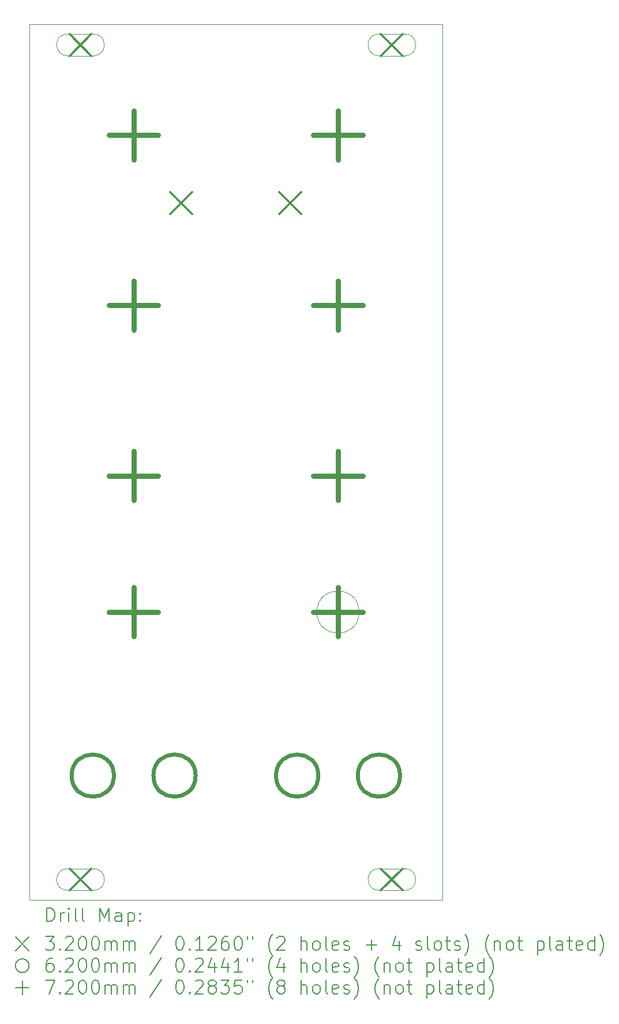
<source format=gbr>
%TF.GenerationSoftware,KiCad,Pcbnew,8.0.5*%
%TF.CreationDate,2024-11-24T11:28:16+01:00*%
%TF.ProjectId,ricochet_panel,7269636f-6368-4657-945f-70616e656c2e,rev?*%
%TF.SameCoordinates,Original*%
%TF.FileFunction,Drillmap*%
%TF.FilePolarity,Positive*%
%FSLAX45Y45*%
G04 Gerber Fmt 4.5, Leading zero omitted, Abs format (unit mm)*
G04 Created by KiCad (PCBNEW 8.0.5) date 2024-11-24 11:28:16*
%MOMM*%
%LPD*%
G01*
G04 APERTURE LIST*
%ADD10C,0.100000*%
%ADD11C,0.200000*%
%ADD12C,0.320000*%
%ADD13C,0.620000*%
%ADD14C,0.720000*%
G04 APERTURE END LIST*
D10*
X5000000Y-5000000D02*
X11060000Y-5000000D01*
X11060000Y-17850000D01*
X5000000Y-17850000D01*
X5000000Y-5000000D01*
X9840000Y-13625000D02*
G75*
G02*
X9220000Y-13625000I-310000J0D01*
G01*
X9220000Y-13625000D02*
G75*
G02*
X9840000Y-13625000I310000J0D01*
G01*
D11*
D12*
X5590000Y-5140000D02*
X5910000Y-5460000D01*
X5910000Y-5140000D02*
X5590000Y-5460000D01*
D10*
X5560000Y-5460000D02*
X5940000Y-5460000D01*
X5940000Y-5140000D02*
G75*
G02*
X5940000Y-5460000I0J-160000D01*
G01*
X5940000Y-5140000D02*
X5560000Y-5140000D01*
X5560000Y-5140000D02*
G75*
G03*
X5560000Y-5460000I0J-160000D01*
G01*
D12*
X5590000Y-17390000D02*
X5910000Y-17710000D01*
X5910000Y-17390000D02*
X5590000Y-17710000D01*
D10*
X5560000Y-17710000D02*
X5940000Y-17710000D01*
X5940000Y-17390000D02*
G75*
G02*
X5940000Y-17710000I0J-160000D01*
G01*
X5940000Y-17390000D02*
X5560000Y-17390000D01*
X5560000Y-17390000D02*
G75*
G03*
X5560000Y-17710000I0J-160000D01*
G01*
D12*
X7070000Y-7460000D02*
X7390000Y-7780000D01*
X7390000Y-7460000D02*
X7070000Y-7780000D01*
X8670000Y-7460000D02*
X8990000Y-7780000D01*
X8990000Y-7460000D02*
X8670000Y-7780000D01*
X10160000Y-5140000D02*
X10480000Y-5460000D01*
X10480000Y-5140000D02*
X10160000Y-5460000D01*
D10*
X10130000Y-5460000D02*
X10510000Y-5460000D01*
X10510000Y-5140000D02*
G75*
G02*
X10510000Y-5460000I0J-160000D01*
G01*
X10510000Y-5140000D02*
X10130000Y-5140000D01*
X10130000Y-5140000D02*
G75*
G03*
X10130000Y-5460000I0J-160000D01*
G01*
D12*
X10160000Y-17390000D02*
X10480000Y-17710000D01*
X10480000Y-17390000D02*
X10160000Y-17710000D01*
D10*
X10130000Y-17710000D02*
X10510000Y-17710000D01*
X10510000Y-17390000D02*
G75*
G02*
X10510000Y-17710000I0J-160000D01*
G01*
X10510000Y-17390000D02*
X10130000Y-17390000D01*
X10130000Y-17390000D02*
G75*
G03*
X10130000Y-17710000I0J-160000D01*
G01*
D13*
X6240000Y-16025000D02*
G75*
G02*
X5620000Y-16025000I-310000J0D01*
G01*
X5620000Y-16025000D02*
G75*
G02*
X6240000Y-16025000I310000J0D01*
G01*
X7440000Y-16025000D02*
G75*
G02*
X6820000Y-16025000I-310000J0D01*
G01*
X6820000Y-16025000D02*
G75*
G02*
X7440000Y-16025000I310000J0D01*
G01*
X9240000Y-16025000D02*
G75*
G02*
X8620000Y-16025000I-310000J0D01*
G01*
X8620000Y-16025000D02*
G75*
G02*
X9240000Y-16025000I310000J0D01*
G01*
X10440000Y-16025000D02*
G75*
G02*
X9820000Y-16025000I-310000J0D01*
G01*
X9820000Y-16025000D02*
G75*
G02*
X10440000Y-16025000I310000J0D01*
G01*
D14*
X6530000Y-6265000D02*
X6530000Y-6985000D01*
X6170000Y-6625000D02*
X6890000Y-6625000D01*
X6530000Y-8765000D02*
X6530000Y-9485000D01*
X6170000Y-9125000D02*
X6890000Y-9125000D01*
X6530000Y-11265000D02*
X6530000Y-11985000D01*
X6170000Y-11625000D02*
X6890000Y-11625000D01*
X6530000Y-13265000D02*
X6530000Y-13985000D01*
X6170000Y-13625000D02*
X6890000Y-13625000D01*
X9530000Y-6265000D02*
X9530000Y-6985000D01*
X9170000Y-6625000D02*
X9890000Y-6625000D01*
X9530000Y-8765000D02*
X9530000Y-9485000D01*
X9170000Y-9125000D02*
X9890000Y-9125000D01*
X9530000Y-11265000D02*
X9530000Y-11985000D01*
X9170000Y-11625000D02*
X9890000Y-11625000D01*
X9530000Y-13265000D02*
X9530000Y-13985000D01*
X9170000Y-13625000D02*
X9890000Y-13625000D01*
D11*
X5255777Y-18166484D02*
X5255777Y-17966484D01*
X5255777Y-17966484D02*
X5303396Y-17966484D01*
X5303396Y-17966484D02*
X5331967Y-17976008D01*
X5331967Y-17976008D02*
X5351015Y-17995055D01*
X5351015Y-17995055D02*
X5360539Y-18014103D01*
X5360539Y-18014103D02*
X5370063Y-18052198D01*
X5370063Y-18052198D02*
X5370063Y-18080770D01*
X5370063Y-18080770D02*
X5360539Y-18118865D01*
X5360539Y-18118865D02*
X5351015Y-18137912D01*
X5351015Y-18137912D02*
X5331967Y-18156960D01*
X5331967Y-18156960D02*
X5303396Y-18166484D01*
X5303396Y-18166484D02*
X5255777Y-18166484D01*
X5455777Y-18166484D02*
X5455777Y-18033150D01*
X5455777Y-18071246D02*
X5465301Y-18052198D01*
X5465301Y-18052198D02*
X5474824Y-18042674D01*
X5474824Y-18042674D02*
X5493872Y-18033150D01*
X5493872Y-18033150D02*
X5512920Y-18033150D01*
X5579586Y-18166484D02*
X5579586Y-18033150D01*
X5579586Y-17966484D02*
X5570063Y-17976008D01*
X5570063Y-17976008D02*
X5579586Y-17985531D01*
X5579586Y-17985531D02*
X5589110Y-17976008D01*
X5589110Y-17976008D02*
X5579586Y-17966484D01*
X5579586Y-17966484D02*
X5579586Y-17985531D01*
X5703396Y-18166484D02*
X5684348Y-18156960D01*
X5684348Y-18156960D02*
X5674824Y-18137912D01*
X5674824Y-18137912D02*
X5674824Y-17966484D01*
X5808158Y-18166484D02*
X5789110Y-18156960D01*
X5789110Y-18156960D02*
X5779586Y-18137912D01*
X5779586Y-18137912D02*
X5779586Y-17966484D01*
X6036729Y-18166484D02*
X6036729Y-17966484D01*
X6036729Y-17966484D02*
X6103396Y-18109341D01*
X6103396Y-18109341D02*
X6170062Y-17966484D01*
X6170062Y-17966484D02*
X6170062Y-18166484D01*
X6351015Y-18166484D02*
X6351015Y-18061722D01*
X6351015Y-18061722D02*
X6341491Y-18042674D01*
X6341491Y-18042674D02*
X6322443Y-18033150D01*
X6322443Y-18033150D02*
X6284348Y-18033150D01*
X6284348Y-18033150D02*
X6265301Y-18042674D01*
X6351015Y-18156960D02*
X6331967Y-18166484D01*
X6331967Y-18166484D02*
X6284348Y-18166484D01*
X6284348Y-18166484D02*
X6265301Y-18156960D01*
X6265301Y-18156960D02*
X6255777Y-18137912D01*
X6255777Y-18137912D02*
X6255777Y-18118865D01*
X6255777Y-18118865D02*
X6265301Y-18099817D01*
X6265301Y-18099817D02*
X6284348Y-18090293D01*
X6284348Y-18090293D02*
X6331967Y-18090293D01*
X6331967Y-18090293D02*
X6351015Y-18080770D01*
X6446253Y-18033150D02*
X6446253Y-18233150D01*
X6446253Y-18042674D02*
X6465301Y-18033150D01*
X6465301Y-18033150D02*
X6503396Y-18033150D01*
X6503396Y-18033150D02*
X6522443Y-18042674D01*
X6522443Y-18042674D02*
X6531967Y-18052198D01*
X6531967Y-18052198D02*
X6541491Y-18071246D01*
X6541491Y-18071246D02*
X6541491Y-18128389D01*
X6541491Y-18128389D02*
X6531967Y-18147436D01*
X6531967Y-18147436D02*
X6522443Y-18156960D01*
X6522443Y-18156960D02*
X6503396Y-18166484D01*
X6503396Y-18166484D02*
X6465301Y-18166484D01*
X6465301Y-18166484D02*
X6446253Y-18156960D01*
X6627205Y-18147436D02*
X6636729Y-18156960D01*
X6636729Y-18156960D02*
X6627205Y-18166484D01*
X6627205Y-18166484D02*
X6617682Y-18156960D01*
X6617682Y-18156960D02*
X6627205Y-18147436D01*
X6627205Y-18147436D02*
X6627205Y-18166484D01*
X6627205Y-18042674D02*
X6636729Y-18052198D01*
X6636729Y-18052198D02*
X6627205Y-18061722D01*
X6627205Y-18061722D02*
X6617682Y-18052198D01*
X6617682Y-18052198D02*
X6627205Y-18042674D01*
X6627205Y-18042674D02*
X6627205Y-18061722D01*
X4795000Y-18395000D02*
X4995000Y-18595000D01*
X4995000Y-18395000D02*
X4795000Y-18595000D01*
X5236729Y-18386484D02*
X5360539Y-18386484D01*
X5360539Y-18386484D02*
X5293872Y-18462674D01*
X5293872Y-18462674D02*
X5322444Y-18462674D01*
X5322444Y-18462674D02*
X5341491Y-18472198D01*
X5341491Y-18472198D02*
X5351015Y-18481722D01*
X5351015Y-18481722D02*
X5360539Y-18500770D01*
X5360539Y-18500770D02*
X5360539Y-18548389D01*
X5360539Y-18548389D02*
X5351015Y-18567436D01*
X5351015Y-18567436D02*
X5341491Y-18576960D01*
X5341491Y-18576960D02*
X5322444Y-18586484D01*
X5322444Y-18586484D02*
X5265301Y-18586484D01*
X5265301Y-18586484D02*
X5246253Y-18576960D01*
X5246253Y-18576960D02*
X5236729Y-18567436D01*
X5446253Y-18567436D02*
X5455777Y-18576960D01*
X5455777Y-18576960D02*
X5446253Y-18586484D01*
X5446253Y-18586484D02*
X5436729Y-18576960D01*
X5436729Y-18576960D02*
X5446253Y-18567436D01*
X5446253Y-18567436D02*
X5446253Y-18586484D01*
X5531967Y-18405531D02*
X5541491Y-18396008D01*
X5541491Y-18396008D02*
X5560539Y-18386484D01*
X5560539Y-18386484D02*
X5608158Y-18386484D01*
X5608158Y-18386484D02*
X5627205Y-18396008D01*
X5627205Y-18396008D02*
X5636729Y-18405531D01*
X5636729Y-18405531D02*
X5646253Y-18424579D01*
X5646253Y-18424579D02*
X5646253Y-18443627D01*
X5646253Y-18443627D02*
X5636729Y-18472198D01*
X5636729Y-18472198D02*
X5522444Y-18586484D01*
X5522444Y-18586484D02*
X5646253Y-18586484D01*
X5770062Y-18386484D02*
X5789110Y-18386484D01*
X5789110Y-18386484D02*
X5808158Y-18396008D01*
X5808158Y-18396008D02*
X5817682Y-18405531D01*
X5817682Y-18405531D02*
X5827205Y-18424579D01*
X5827205Y-18424579D02*
X5836729Y-18462674D01*
X5836729Y-18462674D02*
X5836729Y-18510293D01*
X5836729Y-18510293D02*
X5827205Y-18548389D01*
X5827205Y-18548389D02*
X5817682Y-18567436D01*
X5817682Y-18567436D02*
X5808158Y-18576960D01*
X5808158Y-18576960D02*
X5789110Y-18586484D01*
X5789110Y-18586484D02*
X5770062Y-18586484D01*
X5770062Y-18586484D02*
X5751015Y-18576960D01*
X5751015Y-18576960D02*
X5741491Y-18567436D01*
X5741491Y-18567436D02*
X5731967Y-18548389D01*
X5731967Y-18548389D02*
X5722443Y-18510293D01*
X5722443Y-18510293D02*
X5722443Y-18462674D01*
X5722443Y-18462674D02*
X5731967Y-18424579D01*
X5731967Y-18424579D02*
X5741491Y-18405531D01*
X5741491Y-18405531D02*
X5751015Y-18396008D01*
X5751015Y-18396008D02*
X5770062Y-18386484D01*
X5960539Y-18386484D02*
X5979586Y-18386484D01*
X5979586Y-18386484D02*
X5998634Y-18396008D01*
X5998634Y-18396008D02*
X6008158Y-18405531D01*
X6008158Y-18405531D02*
X6017682Y-18424579D01*
X6017682Y-18424579D02*
X6027205Y-18462674D01*
X6027205Y-18462674D02*
X6027205Y-18510293D01*
X6027205Y-18510293D02*
X6017682Y-18548389D01*
X6017682Y-18548389D02*
X6008158Y-18567436D01*
X6008158Y-18567436D02*
X5998634Y-18576960D01*
X5998634Y-18576960D02*
X5979586Y-18586484D01*
X5979586Y-18586484D02*
X5960539Y-18586484D01*
X5960539Y-18586484D02*
X5941491Y-18576960D01*
X5941491Y-18576960D02*
X5931967Y-18567436D01*
X5931967Y-18567436D02*
X5922443Y-18548389D01*
X5922443Y-18548389D02*
X5912920Y-18510293D01*
X5912920Y-18510293D02*
X5912920Y-18462674D01*
X5912920Y-18462674D02*
X5922443Y-18424579D01*
X5922443Y-18424579D02*
X5931967Y-18405531D01*
X5931967Y-18405531D02*
X5941491Y-18396008D01*
X5941491Y-18396008D02*
X5960539Y-18386484D01*
X6112920Y-18586484D02*
X6112920Y-18453150D01*
X6112920Y-18472198D02*
X6122443Y-18462674D01*
X6122443Y-18462674D02*
X6141491Y-18453150D01*
X6141491Y-18453150D02*
X6170063Y-18453150D01*
X6170063Y-18453150D02*
X6189110Y-18462674D01*
X6189110Y-18462674D02*
X6198634Y-18481722D01*
X6198634Y-18481722D02*
X6198634Y-18586484D01*
X6198634Y-18481722D02*
X6208158Y-18462674D01*
X6208158Y-18462674D02*
X6227205Y-18453150D01*
X6227205Y-18453150D02*
X6255777Y-18453150D01*
X6255777Y-18453150D02*
X6274824Y-18462674D01*
X6274824Y-18462674D02*
X6284348Y-18481722D01*
X6284348Y-18481722D02*
X6284348Y-18586484D01*
X6379586Y-18586484D02*
X6379586Y-18453150D01*
X6379586Y-18472198D02*
X6389110Y-18462674D01*
X6389110Y-18462674D02*
X6408158Y-18453150D01*
X6408158Y-18453150D02*
X6436729Y-18453150D01*
X6436729Y-18453150D02*
X6455777Y-18462674D01*
X6455777Y-18462674D02*
X6465301Y-18481722D01*
X6465301Y-18481722D02*
X6465301Y-18586484D01*
X6465301Y-18481722D02*
X6474824Y-18462674D01*
X6474824Y-18462674D02*
X6493872Y-18453150D01*
X6493872Y-18453150D02*
X6522443Y-18453150D01*
X6522443Y-18453150D02*
X6541491Y-18462674D01*
X6541491Y-18462674D02*
X6551015Y-18481722D01*
X6551015Y-18481722D02*
X6551015Y-18586484D01*
X6941491Y-18376960D02*
X6770063Y-18634103D01*
X7198634Y-18386484D02*
X7217682Y-18386484D01*
X7217682Y-18386484D02*
X7236729Y-18396008D01*
X7236729Y-18396008D02*
X7246253Y-18405531D01*
X7246253Y-18405531D02*
X7255777Y-18424579D01*
X7255777Y-18424579D02*
X7265301Y-18462674D01*
X7265301Y-18462674D02*
X7265301Y-18510293D01*
X7265301Y-18510293D02*
X7255777Y-18548389D01*
X7255777Y-18548389D02*
X7246253Y-18567436D01*
X7246253Y-18567436D02*
X7236729Y-18576960D01*
X7236729Y-18576960D02*
X7217682Y-18586484D01*
X7217682Y-18586484D02*
X7198634Y-18586484D01*
X7198634Y-18586484D02*
X7179586Y-18576960D01*
X7179586Y-18576960D02*
X7170063Y-18567436D01*
X7170063Y-18567436D02*
X7160539Y-18548389D01*
X7160539Y-18548389D02*
X7151015Y-18510293D01*
X7151015Y-18510293D02*
X7151015Y-18462674D01*
X7151015Y-18462674D02*
X7160539Y-18424579D01*
X7160539Y-18424579D02*
X7170063Y-18405531D01*
X7170063Y-18405531D02*
X7179586Y-18396008D01*
X7179586Y-18396008D02*
X7198634Y-18386484D01*
X7351015Y-18567436D02*
X7360539Y-18576960D01*
X7360539Y-18576960D02*
X7351015Y-18586484D01*
X7351015Y-18586484D02*
X7341491Y-18576960D01*
X7341491Y-18576960D02*
X7351015Y-18567436D01*
X7351015Y-18567436D02*
X7351015Y-18586484D01*
X7551015Y-18586484D02*
X7436729Y-18586484D01*
X7493872Y-18586484D02*
X7493872Y-18386484D01*
X7493872Y-18386484D02*
X7474825Y-18415055D01*
X7474825Y-18415055D02*
X7455777Y-18434103D01*
X7455777Y-18434103D02*
X7436729Y-18443627D01*
X7627206Y-18405531D02*
X7636729Y-18396008D01*
X7636729Y-18396008D02*
X7655777Y-18386484D01*
X7655777Y-18386484D02*
X7703396Y-18386484D01*
X7703396Y-18386484D02*
X7722444Y-18396008D01*
X7722444Y-18396008D02*
X7731967Y-18405531D01*
X7731967Y-18405531D02*
X7741491Y-18424579D01*
X7741491Y-18424579D02*
X7741491Y-18443627D01*
X7741491Y-18443627D02*
X7731967Y-18472198D01*
X7731967Y-18472198D02*
X7617682Y-18586484D01*
X7617682Y-18586484D02*
X7741491Y-18586484D01*
X7912920Y-18386484D02*
X7874825Y-18386484D01*
X7874825Y-18386484D02*
X7855777Y-18396008D01*
X7855777Y-18396008D02*
X7846253Y-18405531D01*
X7846253Y-18405531D02*
X7827206Y-18434103D01*
X7827206Y-18434103D02*
X7817682Y-18472198D01*
X7817682Y-18472198D02*
X7817682Y-18548389D01*
X7817682Y-18548389D02*
X7827206Y-18567436D01*
X7827206Y-18567436D02*
X7836729Y-18576960D01*
X7836729Y-18576960D02*
X7855777Y-18586484D01*
X7855777Y-18586484D02*
X7893872Y-18586484D01*
X7893872Y-18586484D02*
X7912920Y-18576960D01*
X7912920Y-18576960D02*
X7922444Y-18567436D01*
X7922444Y-18567436D02*
X7931967Y-18548389D01*
X7931967Y-18548389D02*
X7931967Y-18500770D01*
X7931967Y-18500770D02*
X7922444Y-18481722D01*
X7922444Y-18481722D02*
X7912920Y-18472198D01*
X7912920Y-18472198D02*
X7893872Y-18462674D01*
X7893872Y-18462674D02*
X7855777Y-18462674D01*
X7855777Y-18462674D02*
X7836729Y-18472198D01*
X7836729Y-18472198D02*
X7827206Y-18481722D01*
X7827206Y-18481722D02*
X7817682Y-18500770D01*
X8055777Y-18386484D02*
X8074825Y-18386484D01*
X8074825Y-18386484D02*
X8093872Y-18396008D01*
X8093872Y-18396008D02*
X8103396Y-18405531D01*
X8103396Y-18405531D02*
X8112920Y-18424579D01*
X8112920Y-18424579D02*
X8122444Y-18462674D01*
X8122444Y-18462674D02*
X8122444Y-18510293D01*
X8122444Y-18510293D02*
X8112920Y-18548389D01*
X8112920Y-18548389D02*
X8103396Y-18567436D01*
X8103396Y-18567436D02*
X8093872Y-18576960D01*
X8093872Y-18576960D02*
X8074825Y-18586484D01*
X8074825Y-18586484D02*
X8055777Y-18586484D01*
X8055777Y-18586484D02*
X8036729Y-18576960D01*
X8036729Y-18576960D02*
X8027206Y-18567436D01*
X8027206Y-18567436D02*
X8017682Y-18548389D01*
X8017682Y-18548389D02*
X8008158Y-18510293D01*
X8008158Y-18510293D02*
X8008158Y-18462674D01*
X8008158Y-18462674D02*
X8017682Y-18424579D01*
X8017682Y-18424579D02*
X8027206Y-18405531D01*
X8027206Y-18405531D02*
X8036729Y-18396008D01*
X8036729Y-18396008D02*
X8055777Y-18386484D01*
X8198634Y-18386484D02*
X8198634Y-18424579D01*
X8274825Y-18386484D02*
X8274825Y-18424579D01*
X8570063Y-18662674D02*
X8560539Y-18653150D01*
X8560539Y-18653150D02*
X8541491Y-18624579D01*
X8541491Y-18624579D02*
X8531968Y-18605531D01*
X8531968Y-18605531D02*
X8522444Y-18576960D01*
X8522444Y-18576960D02*
X8512920Y-18529341D01*
X8512920Y-18529341D02*
X8512920Y-18491246D01*
X8512920Y-18491246D02*
X8522444Y-18443627D01*
X8522444Y-18443627D02*
X8531968Y-18415055D01*
X8531968Y-18415055D02*
X8541491Y-18396008D01*
X8541491Y-18396008D02*
X8560539Y-18367436D01*
X8560539Y-18367436D02*
X8570063Y-18357912D01*
X8636730Y-18405531D02*
X8646253Y-18396008D01*
X8646253Y-18396008D02*
X8665301Y-18386484D01*
X8665301Y-18386484D02*
X8712920Y-18386484D01*
X8712920Y-18386484D02*
X8731968Y-18396008D01*
X8731968Y-18396008D02*
X8741491Y-18405531D01*
X8741491Y-18405531D02*
X8751015Y-18424579D01*
X8751015Y-18424579D02*
X8751015Y-18443627D01*
X8751015Y-18443627D02*
X8741491Y-18472198D01*
X8741491Y-18472198D02*
X8627206Y-18586484D01*
X8627206Y-18586484D02*
X8751015Y-18586484D01*
X8989111Y-18586484D02*
X8989111Y-18386484D01*
X9074825Y-18586484D02*
X9074825Y-18481722D01*
X9074825Y-18481722D02*
X9065301Y-18462674D01*
X9065301Y-18462674D02*
X9046253Y-18453150D01*
X9046253Y-18453150D02*
X9017682Y-18453150D01*
X9017682Y-18453150D02*
X8998634Y-18462674D01*
X8998634Y-18462674D02*
X8989111Y-18472198D01*
X9198634Y-18586484D02*
X9179587Y-18576960D01*
X9179587Y-18576960D02*
X9170063Y-18567436D01*
X9170063Y-18567436D02*
X9160539Y-18548389D01*
X9160539Y-18548389D02*
X9160539Y-18491246D01*
X9160539Y-18491246D02*
X9170063Y-18472198D01*
X9170063Y-18472198D02*
X9179587Y-18462674D01*
X9179587Y-18462674D02*
X9198634Y-18453150D01*
X9198634Y-18453150D02*
X9227206Y-18453150D01*
X9227206Y-18453150D02*
X9246253Y-18462674D01*
X9246253Y-18462674D02*
X9255777Y-18472198D01*
X9255777Y-18472198D02*
X9265301Y-18491246D01*
X9265301Y-18491246D02*
X9265301Y-18548389D01*
X9265301Y-18548389D02*
X9255777Y-18567436D01*
X9255777Y-18567436D02*
X9246253Y-18576960D01*
X9246253Y-18576960D02*
X9227206Y-18586484D01*
X9227206Y-18586484D02*
X9198634Y-18586484D01*
X9379587Y-18586484D02*
X9360539Y-18576960D01*
X9360539Y-18576960D02*
X9351015Y-18557912D01*
X9351015Y-18557912D02*
X9351015Y-18386484D01*
X9531968Y-18576960D02*
X9512920Y-18586484D01*
X9512920Y-18586484D02*
X9474825Y-18586484D01*
X9474825Y-18586484D02*
X9455777Y-18576960D01*
X9455777Y-18576960D02*
X9446253Y-18557912D01*
X9446253Y-18557912D02*
X9446253Y-18481722D01*
X9446253Y-18481722D02*
X9455777Y-18462674D01*
X9455777Y-18462674D02*
X9474825Y-18453150D01*
X9474825Y-18453150D02*
X9512920Y-18453150D01*
X9512920Y-18453150D02*
X9531968Y-18462674D01*
X9531968Y-18462674D02*
X9541492Y-18481722D01*
X9541492Y-18481722D02*
X9541492Y-18500770D01*
X9541492Y-18500770D02*
X9446253Y-18519817D01*
X9617682Y-18576960D02*
X9636730Y-18586484D01*
X9636730Y-18586484D02*
X9674825Y-18586484D01*
X9674825Y-18586484D02*
X9693873Y-18576960D01*
X9693873Y-18576960D02*
X9703396Y-18557912D01*
X9703396Y-18557912D02*
X9703396Y-18548389D01*
X9703396Y-18548389D02*
X9693873Y-18529341D01*
X9693873Y-18529341D02*
X9674825Y-18519817D01*
X9674825Y-18519817D02*
X9646253Y-18519817D01*
X9646253Y-18519817D02*
X9627206Y-18510293D01*
X9627206Y-18510293D02*
X9617682Y-18491246D01*
X9617682Y-18491246D02*
X9617682Y-18481722D01*
X9617682Y-18481722D02*
X9627206Y-18462674D01*
X9627206Y-18462674D02*
X9646253Y-18453150D01*
X9646253Y-18453150D02*
X9674825Y-18453150D01*
X9674825Y-18453150D02*
X9693873Y-18462674D01*
X9941492Y-18510293D02*
X10093873Y-18510293D01*
X10017682Y-18586484D02*
X10017682Y-18434103D01*
X10427206Y-18453150D02*
X10427206Y-18586484D01*
X10379587Y-18376960D02*
X10331968Y-18519817D01*
X10331968Y-18519817D02*
X10455777Y-18519817D01*
X10674825Y-18576960D02*
X10693873Y-18586484D01*
X10693873Y-18586484D02*
X10731968Y-18586484D01*
X10731968Y-18586484D02*
X10751016Y-18576960D01*
X10751016Y-18576960D02*
X10760539Y-18557912D01*
X10760539Y-18557912D02*
X10760539Y-18548389D01*
X10760539Y-18548389D02*
X10751016Y-18529341D01*
X10751016Y-18529341D02*
X10731968Y-18519817D01*
X10731968Y-18519817D02*
X10703396Y-18519817D01*
X10703396Y-18519817D02*
X10684349Y-18510293D01*
X10684349Y-18510293D02*
X10674825Y-18491246D01*
X10674825Y-18491246D02*
X10674825Y-18481722D01*
X10674825Y-18481722D02*
X10684349Y-18462674D01*
X10684349Y-18462674D02*
X10703396Y-18453150D01*
X10703396Y-18453150D02*
X10731968Y-18453150D01*
X10731968Y-18453150D02*
X10751016Y-18462674D01*
X10874825Y-18586484D02*
X10855777Y-18576960D01*
X10855777Y-18576960D02*
X10846254Y-18557912D01*
X10846254Y-18557912D02*
X10846254Y-18386484D01*
X10979587Y-18586484D02*
X10960539Y-18576960D01*
X10960539Y-18576960D02*
X10951016Y-18567436D01*
X10951016Y-18567436D02*
X10941492Y-18548389D01*
X10941492Y-18548389D02*
X10941492Y-18491246D01*
X10941492Y-18491246D02*
X10951016Y-18472198D01*
X10951016Y-18472198D02*
X10960539Y-18462674D01*
X10960539Y-18462674D02*
X10979587Y-18453150D01*
X10979587Y-18453150D02*
X11008158Y-18453150D01*
X11008158Y-18453150D02*
X11027206Y-18462674D01*
X11027206Y-18462674D02*
X11036730Y-18472198D01*
X11036730Y-18472198D02*
X11046254Y-18491246D01*
X11046254Y-18491246D02*
X11046254Y-18548389D01*
X11046254Y-18548389D02*
X11036730Y-18567436D01*
X11036730Y-18567436D02*
X11027206Y-18576960D01*
X11027206Y-18576960D02*
X11008158Y-18586484D01*
X11008158Y-18586484D02*
X10979587Y-18586484D01*
X11103397Y-18453150D02*
X11179587Y-18453150D01*
X11131968Y-18386484D02*
X11131968Y-18557912D01*
X11131968Y-18557912D02*
X11141492Y-18576960D01*
X11141492Y-18576960D02*
X11160539Y-18586484D01*
X11160539Y-18586484D02*
X11179587Y-18586484D01*
X11236730Y-18576960D02*
X11255777Y-18586484D01*
X11255777Y-18586484D02*
X11293873Y-18586484D01*
X11293873Y-18586484D02*
X11312920Y-18576960D01*
X11312920Y-18576960D02*
X11322444Y-18557912D01*
X11322444Y-18557912D02*
X11322444Y-18548389D01*
X11322444Y-18548389D02*
X11312920Y-18529341D01*
X11312920Y-18529341D02*
X11293873Y-18519817D01*
X11293873Y-18519817D02*
X11265301Y-18519817D01*
X11265301Y-18519817D02*
X11246254Y-18510293D01*
X11246254Y-18510293D02*
X11236730Y-18491246D01*
X11236730Y-18491246D02*
X11236730Y-18481722D01*
X11236730Y-18481722D02*
X11246254Y-18462674D01*
X11246254Y-18462674D02*
X11265301Y-18453150D01*
X11265301Y-18453150D02*
X11293873Y-18453150D01*
X11293873Y-18453150D02*
X11312920Y-18462674D01*
X11389111Y-18662674D02*
X11398635Y-18653150D01*
X11398635Y-18653150D02*
X11417682Y-18624579D01*
X11417682Y-18624579D02*
X11427206Y-18605531D01*
X11427206Y-18605531D02*
X11436730Y-18576960D01*
X11436730Y-18576960D02*
X11446254Y-18529341D01*
X11446254Y-18529341D02*
X11446254Y-18491246D01*
X11446254Y-18491246D02*
X11436730Y-18443627D01*
X11436730Y-18443627D02*
X11427206Y-18415055D01*
X11427206Y-18415055D02*
X11417682Y-18396008D01*
X11417682Y-18396008D02*
X11398635Y-18367436D01*
X11398635Y-18367436D02*
X11389111Y-18357912D01*
X11751016Y-18662674D02*
X11741492Y-18653150D01*
X11741492Y-18653150D02*
X11722444Y-18624579D01*
X11722444Y-18624579D02*
X11712920Y-18605531D01*
X11712920Y-18605531D02*
X11703396Y-18576960D01*
X11703396Y-18576960D02*
X11693873Y-18529341D01*
X11693873Y-18529341D02*
X11693873Y-18491246D01*
X11693873Y-18491246D02*
X11703396Y-18443627D01*
X11703396Y-18443627D02*
X11712920Y-18415055D01*
X11712920Y-18415055D02*
X11722444Y-18396008D01*
X11722444Y-18396008D02*
X11741492Y-18367436D01*
X11741492Y-18367436D02*
X11751016Y-18357912D01*
X11827206Y-18453150D02*
X11827206Y-18586484D01*
X11827206Y-18472198D02*
X11836730Y-18462674D01*
X11836730Y-18462674D02*
X11855777Y-18453150D01*
X11855777Y-18453150D02*
X11884349Y-18453150D01*
X11884349Y-18453150D02*
X11903396Y-18462674D01*
X11903396Y-18462674D02*
X11912920Y-18481722D01*
X11912920Y-18481722D02*
X11912920Y-18586484D01*
X12036730Y-18586484D02*
X12017682Y-18576960D01*
X12017682Y-18576960D02*
X12008158Y-18567436D01*
X12008158Y-18567436D02*
X11998635Y-18548389D01*
X11998635Y-18548389D02*
X11998635Y-18491246D01*
X11998635Y-18491246D02*
X12008158Y-18472198D01*
X12008158Y-18472198D02*
X12017682Y-18462674D01*
X12017682Y-18462674D02*
X12036730Y-18453150D01*
X12036730Y-18453150D02*
X12065301Y-18453150D01*
X12065301Y-18453150D02*
X12084349Y-18462674D01*
X12084349Y-18462674D02*
X12093873Y-18472198D01*
X12093873Y-18472198D02*
X12103396Y-18491246D01*
X12103396Y-18491246D02*
X12103396Y-18548389D01*
X12103396Y-18548389D02*
X12093873Y-18567436D01*
X12093873Y-18567436D02*
X12084349Y-18576960D01*
X12084349Y-18576960D02*
X12065301Y-18586484D01*
X12065301Y-18586484D02*
X12036730Y-18586484D01*
X12160539Y-18453150D02*
X12236730Y-18453150D01*
X12189111Y-18386484D02*
X12189111Y-18557912D01*
X12189111Y-18557912D02*
X12198635Y-18576960D01*
X12198635Y-18576960D02*
X12217682Y-18586484D01*
X12217682Y-18586484D02*
X12236730Y-18586484D01*
X12455777Y-18453150D02*
X12455777Y-18653150D01*
X12455777Y-18462674D02*
X12474825Y-18453150D01*
X12474825Y-18453150D02*
X12512920Y-18453150D01*
X12512920Y-18453150D02*
X12531968Y-18462674D01*
X12531968Y-18462674D02*
X12541492Y-18472198D01*
X12541492Y-18472198D02*
X12551016Y-18491246D01*
X12551016Y-18491246D02*
X12551016Y-18548389D01*
X12551016Y-18548389D02*
X12541492Y-18567436D01*
X12541492Y-18567436D02*
X12531968Y-18576960D01*
X12531968Y-18576960D02*
X12512920Y-18586484D01*
X12512920Y-18586484D02*
X12474825Y-18586484D01*
X12474825Y-18586484D02*
X12455777Y-18576960D01*
X12665301Y-18586484D02*
X12646254Y-18576960D01*
X12646254Y-18576960D02*
X12636730Y-18557912D01*
X12636730Y-18557912D02*
X12636730Y-18386484D01*
X12827206Y-18586484D02*
X12827206Y-18481722D01*
X12827206Y-18481722D02*
X12817682Y-18462674D01*
X12817682Y-18462674D02*
X12798635Y-18453150D01*
X12798635Y-18453150D02*
X12760539Y-18453150D01*
X12760539Y-18453150D02*
X12741492Y-18462674D01*
X12827206Y-18576960D02*
X12808158Y-18586484D01*
X12808158Y-18586484D02*
X12760539Y-18586484D01*
X12760539Y-18586484D02*
X12741492Y-18576960D01*
X12741492Y-18576960D02*
X12731968Y-18557912D01*
X12731968Y-18557912D02*
X12731968Y-18538865D01*
X12731968Y-18538865D02*
X12741492Y-18519817D01*
X12741492Y-18519817D02*
X12760539Y-18510293D01*
X12760539Y-18510293D02*
X12808158Y-18510293D01*
X12808158Y-18510293D02*
X12827206Y-18500770D01*
X12893873Y-18453150D02*
X12970063Y-18453150D01*
X12922444Y-18386484D02*
X12922444Y-18557912D01*
X12922444Y-18557912D02*
X12931968Y-18576960D01*
X12931968Y-18576960D02*
X12951016Y-18586484D01*
X12951016Y-18586484D02*
X12970063Y-18586484D01*
X13112920Y-18576960D02*
X13093873Y-18586484D01*
X13093873Y-18586484D02*
X13055777Y-18586484D01*
X13055777Y-18586484D02*
X13036730Y-18576960D01*
X13036730Y-18576960D02*
X13027206Y-18557912D01*
X13027206Y-18557912D02*
X13027206Y-18481722D01*
X13027206Y-18481722D02*
X13036730Y-18462674D01*
X13036730Y-18462674D02*
X13055777Y-18453150D01*
X13055777Y-18453150D02*
X13093873Y-18453150D01*
X13093873Y-18453150D02*
X13112920Y-18462674D01*
X13112920Y-18462674D02*
X13122444Y-18481722D01*
X13122444Y-18481722D02*
X13122444Y-18500770D01*
X13122444Y-18500770D02*
X13027206Y-18519817D01*
X13293873Y-18586484D02*
X13293873Y-18386484D01*
X13293873Y-18576960D02*
X13274825Y-18586484D01*
X13274825Y-18586484D02*
X13236730Y-18586484D01*
X13236730Y-18586484D02*
X13217682Y-18576960D01*
X13217682Y-18576960D02*
X13208158Y-18567436D01*
X13208158Y-18567436D02*
X13198635Y-18548389D01*
X13198635Y-18548389D02*
X13198635Y-18491246D01*
X13198635Y-18491246D02*
X13208158Y-18472198D01*
X13208158Y-18472198D02*
X13217682Y-18462674D01*
X13217682Y-18462674D02*
X13236730Y-18453150D01*
X13236730Y-18453150D02*
X13274825Y-18453150D01*
X13274825Y-18453150D02*
X13293873Y-18462674D01*
X13370063Y-18662674D02*
X13379587Y-18653150D01*
X13379587Y-18653150D02*
X13398635Y-18624579D01*
X13398635Y-18624579D02*
X13408158Y-18605531D01*
X13408158Y-18605531D02*
X13417682Y-18576960D01*
X13417682Y-18576960D02*
X13427206Y-18529341D01*
X13427206Y-18529341D02*
X13427206Y-18491246D01*
X13427206Y-18491246D02*
X13417682Y-18443627D01*
X13417682Y-18443627D02*
X13408158Y-18415055D01*
X13408158Y-18415055D02*
X13398635Y-18396008D01*
X13398635Y-18396008D02*
X13379587Y-18367436D01*
X13379587Y-18367436D02*
X13370063Y-18357912D01*
X4995000Y-18815000D02*
G75*
G02*
X4795000Y-18815000I-100000J0D01*
G01*
X4795000Y-18815000D02*
G75*
G02*
X4995000Y-18815000I100000J0D01*
G01*
X5341491Y-18706484D02*
X5303396Y-18706484D01*
X5303396Y-18706484D02*
X5284348Y-18716008D01*
X5284348Y-18716008D02*
X5274824Y-18725531D01*
X5274824Y-18725531D02*
X5255777Y-18754103D01*
X5255777Y-18754103D02*
X5246253Y-18792198D01*
X5246253Y-18792198D02*
X5246253Y-18868389D01*
X5246253Y-18868389D02*
X5255777Y-18887436D01*
X5255777Y-18887436D02*
X5265301Y-18896960D01*
X5265301Y-18896960D02*
X5284348Y-18906484D01*
X5284348Y-18906484D02*
X5322444Y-18906484D01*
X5322444Y-18906484D02*
X5341491Y-18896960D01*
X5341491Y-18896960D02*
X5351015Y-18887436D01*
X5351015Y-18887436D02*
X5360539Y-18868389D01*
X5360539Y-18868389D02*
X5360539Y-18820770D01*
X5360539Y-18820770D02*
X5351015Y-18801722D01*
X5351015Y-18801722D02*
X5341491Y-18792198D01*
X5341491Y-18792198D02*
X5322444Y-18782674D01*
X5322444Y-18782674D02*
X5284348Y-18782674D01*
X5284348Y-18782674D02*
X5265301Y-18792198D01*
X5265301Y-18792198D02*
X5255777Y-18801722D01*
X5255777Y-18801722D02*
X5246253Y-18820770D01*
X5446253Y-18887436D02*
X5455777Y-18896960D01*
X5455777Y-18896960D02*
X5446253Y-18906484D01*
X5446253Y-18906484D02*
X5436729Y-18896960D01*
X5436729Y-18896960D02*
X5446253Y-18887436D01*
X5446253Y-18887436D02*
X5446253Y-18906484D01*
X5531967Y-18725531D02*
X5541491Y-18716008D01*
X5541491Y-18716008D02*
X5560539Y-18706484D01*
X5560539Y-18706484D02*
X5608158Y-18706484D01*
X5608158Y-18706484D02*
X5627205Y-18716008D01*
X5627205Y-18716008D02*
X5636729Y-18725531D01*
X5636729Y-18725531D02*
X5646253Y-18744579D01*
X5646253Y-18744579D02*
X5646253Y-18763627D01*
X5646253Y-18763627D02*
X5636729Y-18792198D01*
X5636729Y-18792198D02*
X5522444Y-18906484D01*
X5522444Y-18906484D02*
X5646253Y-18906484D01*
X5770062Y-18706484D02*
X5789110Y-18706484D01*
X5789110Y-18706484D02*
X5808158Y-18716008D01*
X5808158Y-18716008D02*
X5817682Y-18725531D01*
X5817682Y-18725531D02*
X5827205Y-18744579D01*
X5827205Y-18744579D02*
X5836729Y-18782674D01*
X5836729Y-18782674D02*
X5836729Y-18830293D01*
X5836729Y-18830293D02*
X5827205Y-18868389D01*
X5827205Y-18868389D02*
X5817682Y-18887436D01*
X5817682Y-18887436D02*
X5808158Y-18896960D01*
X5808158Y-18896960D02*
X5789110Y-18906484D01*
X5789110Y-18906484D02*
X5770062Y-18906484D01*
X5770062Y-18906484D02*
X5751015Y-18896960D01*
X5751015Y-18896960D02*
X5741491Y-18887436D01*
X5741491Y-18887436D02*
X5731967Y-18868389D01*
X5731967Y-18868389D02*
X5722443Y-18830293D01*
X5722443Y-18830293D02*
X5722443Y-18782674D01*
X5722443Y-18782674D02*
X5731967Y-18744579D01*
X5731967Y-18744579D02*
X5741491Y-18725531D01*
X5741491Y-18725531D02*
X5751015Y-18716008D01*
X5751015Y-18716008D02*
X5770062Y-18706484D01*
X5960539Y-18706484D02*
X5979586Y-18706484D01*
X5979586Y-18706484D02*
X5998634Y-18716008D01*
X5998634Y-18716008D02*
X6008158Y-18725531D01*
X6008158Y-18725531D02*
X6017682Y-18744579D01*
X6017682Y-18744579D02*
X6027205Y-18782674D01*
X6027205Y-18782674D02*
X6027205Y-18830293D01*
X6027205Y-18830293D02*
X6017682Y-18868389D01*
X6017682Y-18868389D02*
X6008158Y-18887436D01*
X6008158Y-18887436D02*
X5998634Y-18896960D01*
X5998634Y-18896960D02*
X5979586Y-18906484D01*
X5979586Y-18906484D02*
X5960539Y-18906484D01*
X5960539Y-18906484D02*
X5941491Y-18896960D01*
X5941491Y-18896960D02*
X5931967Y-18887436D01*
X5931967Y-18887436D02*
X5922443Y-18868389D01*
X5922443Y-18868389D02*
X5912920Y-18830293D01*
X5912920Y-18830293D02*
X5912920Y-18782674D01*
X5912920Y-18782674D02*
X5922443Y-18744579D01*
X5922443Y-18744579D02*
X5931967Y-18725531D01*
X5931967Y-18725531D02*
X5941491Y-18716008D01*
X5941491Y-18716008D02*
X5960539Y-18706484D01*
X6112920Y-18906484D02*
X6112920Y-18773150D01*
X6112920Y-18792198D02*
X6122443Y-18782674D01*
X6122443Y-18782674D02*
X6141491Y-18773150D01*
X6141491Y-18773150D02*
X6170063Y-18773150D01*
X6170063Y-18773150D02*
X6189110Y-18782674D01*
X6189110Y-18782674D02*
X6198634Y-18801722D01*
X6198634Y-18801722D02*
X6198634Y-18906484D01*
X6198634Y-18801722D02*
X6208158Y-18782674D01*
X6208158Y-18782674D02*
X6227205Y-18773150D01*
X6227205Y-18773150D02*
X6255777Y-18773150D01*
X6255777Y-18773150D02*
X6274824Y-18782674D01*
X6274824Y-18782674D02*
X6284348Y-18801722D01*
X6284348Y-18801722D02*
X6284348Y-18906484D01*
X6379586Y-18906484D02*
X6379586Y-18773150D01*
X6379586Y-18792198D02*
X6389110Y-18782674D01*
X6389110Y-18782674D02*
X6408158Y-18773150D01*
X6408158Y-18773150D02*
X6436729Y-18773150D01*
X6436729Y-18773150D02*
X6455777Y-18782674D01*
X6455777Y-18782674D02*
X6465301Y-18801722D01*
X6465301Y-18801722D02*
X6465301Y-18906484D01*
X6465301Y-18801722D02*
X6474824Y-18782674D01*
X6474824Y-18782674D02*
X6493872Y-18773150D01*
X6493872Y-18773150D02*
X6522443Y-18773150D01*
X6522443Y-18773150D02*
X6541491Y-18782674D01*
X6541491Y-18782674D02*
X6551015Y-18801722D01*
X6551015Y-18801722D02*
X6551015Y-18906484D01*
X6941491Y-18696960D02*
X6770063Y-18954103D01*
X7198634Y-18706484D02*
X7217682Y-18706484D01*
X7217682Y-18706484D02*
X7236729Y-18716008D01*
X7236729Y-18716008D02*
X7246253Y-18725531D01*
X7246253Y-18725531D02*
X7255777Y-18744579D01*
X7255777Y-18744579D02*
X7265301Y-18782674D01*
X7265301Y-18782674D02*
X7265301Y-18830293D01*
X7265301Y-18830293D02*
X7255777Y-18868389D01*
X7255777Y-18868389D02*
X7246253Y-18887436D01*
X7246253Y-18887436D02*
X7236729Y-18896960D01*
X7236729Y-18896960D02*
X7217682Y-18906484D01*
X7217682Y-18906484D02*
X7198634Y-18906484D01*
X7198634Y-18906484D02*
X7179586Y-18896960D01*
X7179586Y-18896960D02*
X7170063Y-18887436D01*
X7170063Y-18887436D02*
X7160539Y-18868389D01*
X7160539Y-18868389D02*
X7151015Y-18830293D01*
X7151015Y-18830293D02*
X7151015Y-18782674D01*
X7151015Y-18782674D02*
X7160539Y-18744579D01*
X7160539Y-18744579D02*
X7170063Y-18725531D01*
X7170063Y-18725531D02*
X7179586Y-18716008D01*
X7179586Y-18716008D02*
X7198634Y-18706484D01*
X7351015Y-18887436D02*
X7360539Y-18896960D01*
X7360539Y-18896960D02*
X7351015Y-18906484D01*
X7351015Y-18906484D02*
X7341491Y-18896960D01*
X7341491Y-18896960D02*
X7351015Y-18887436D01*
X7351015Y-18887436D02*
X7351015Y-18906484D01*
X7436729Y-18725531D02*
X7446253Y-18716008D01*
X7446253Y-18716008D02*
X7465301Y-18706484D01*
X7465301Y-18706484D02*
X7512920Y-18706484D01*
X7512920Y-18706484D02*
X7531967Y-18716008D01*
X7531967Y-18716008D02*
X7541491Y-18725531D01*
X7541491Y-18725531D02*
X7551015Y-18744579D01*
X7551015Y-18744579D02*
X7551015Y-18763627D01*
X7551015Y-18763627D02*
X7541491Y-18792198D01*
X7541491Y-18792198D02*
X7427206Y-18906484D01*
X7427206Y-18906484D02*
X7551015Y-18906484D01*
X7722444Y-18773150D02*
X7722444Y-18906484D01*
X7674825Y-18696960D02*
X7627206Y-18839817D01*
X7627206Y-18839817D02*
X7751015Y-18839817D01*
X7912920Y-18773150D02*
X7912920Y-18906484D01*
X7865301Y-18696960D02*
X7817682Y-18839817D01*
X7817682Y-18839817D02*
X7941491Y-18839817D01*
X8122444Y-18906484D02*
X8008158Y-18906484D01*
X8065301Y-18906484D02*
X8065301Y-18706484D01*
X8065301Y-18706484D02*
X8046253Y-18735055D01*
X8046253Y-18735055D02*
X8027206Y-18754103D01*
X8027206Y-18754103D02*
X8008158Y-18763627D01*
X8198634Y-18706484D02*
X8198634Y-18744579D01*
X8274825Y-18706484D02*
X8274825Y-18744579D01*
X8570063Y-18982674D02*
X8560539Y-18973150D01*
X8560539Y-18973150D02*
X8541491Y-18944579D01*
X8541491Y-18944579D02*
X8531968Y-18925531D01*
X8531968Y-18925531D02*
X8522444Y-18896960D01*
X8522444Y-18896960D02*
X8512920Y-18849341D01*
X8512920Y-18849341D02*
X8512920Y-18811246D01*
X8512920Y-18811246D02*
X8522444Y-18763627D01*
X8522444Y-18763627D02*
X8531968Y-18735055D01*
X8531968Y-18735055D02*
X8541491Y-18716008D01*
X8541491Y-18716008D02*
X8560539Y-18687436D01*
X8560539Y-18687436D02*
X8570063Y-18677912D01*
X8731968Y-18773150D02*
X8731968Y-18906484D01*
X8684349Y-18696960D02*
X8636730Y-18839817D01*
X8636730Y-18839817D02*
X8760539Y-18839817D01*
X8989111Y-18906484D02*
X8989111Y-18706484D01*
X9074825Y-18906484D02*
X9074825Y-18801722D01*
X9074825Y-18801722D02*
X9065301Y-18782674D01*
X9065301Y-18782674D02*
X9046253Y-18773150D01*
X9046253Y-18773150D02*
X9017682Y-18773150D01*
X9017682Y-18773150D02*
X8998634Y-18782674D01*
X8998634Y-18782674D02*
X8989111Y-18792198D01*
X9198634Y-18906484D02*
X9179587Y-18896960D01*
X9179587Y-18896960D02*
X9170063Y-18887436D01*
X9170063Y-18887436D02*
X9160539Y-18868389D01*
X9160539Y-18868389D02*
X9160539Y-18811246D01*
X9160539Y-18811246D02*
X9170063Y-18792198D01*
X9170063Y-18792198D02*
X9179587Y-18782674D01*
X9179587Y-18782674D02*
X9198634Y-18773150D01*
X9198634Y-18773150D02*
X9227206Y-18773150D01*
X9227206Y-18773150D02*
X9246253Y-18782674D01*
X9246253Y-18782674D02*
X9255777Y-18792198D01*
X9255777Y-18792198D02*
X9265301Y-18811246D01*
X9265301Y-18811246D02*
X9265301Y-18868389D01*
X9265301Y-18868389D02*
X9255777Y-18887436D01*
X9255777Y-18887436D02*
X9246253Y-18896960D01*
X9246253Y-18896960D02*
X9227206Y-18906484D01*
X9227206Y-18906484D02*
X9198634Y-18906484D01*
X9379587Y-18906484D02*
X9360539Y-18896960D01*
X9360539Y-18896960D02*
X9351015Y-18877912D01*
X9351015Y-18877912D02*
X9351015Y-18706484D01*
X9531968Y-18896960D02*
X9512920Y-18906484D01*
X9512920Y-18906484D02*
X9474825Y-18906484D01*
X9474825Y-18906484D02*
X9455777Y-18896960D01*
X9455777Y-18896960D02*
X9446253Y-18877912D01*
X9446253Y-18877912D02*
X9446253Y-18801722D01*
X9446253Y-18801722D02*
X9455777Y-18782674D01*
X9455777Y-18782674D02*
X9474825Y-18773150D01*
X9474825Y-18773150D02*
X9512920Y-18773150D01*
X9512920Y-18773150D02*
X9531968Y-18782674D01*
X9531968Y-18782674D02*
X9541492Y-18801722D01*
X9541492Y-18801722D02*
X9541492Y-18820770D01*
X9541492Y-18820770D02*
X9446253Y-18839817D01*
X9617682Y-18896960D02*
X9636730Y-18906484D01*
X9636730Y-18906484D02*
X9674825Y-18906484D01*
X9674825Y-18906484D02*
X9693873Y-18896960D01*
X9693873Y-18896960D02*
X9703396Y-18877912D01*
X9703396Y-18877912D02*
X9703396Y-18868389D01*
X9703396Y-18868389D02*
X9693873Y-18849341D01*
X9693873Y-18849341D02*
X9674825Y-18839817D01*
X9674825Y-18839817D02*
X9646253Y-18839817D01*
X9646253Y-18839817D02*
X9627206Y-18830293D01*
X9627206Y-18830293D02*
X9617682Y-18811246D01*
X9617682Y-18811246D02*
X9617682Y-18801722D01*
X9617682Y-18801722D02*
X9627206Y-18782674D01*
X9627206Y-18782674D02*
X9646253Y-18773150D01*
X9646253Y-18773150D02*
X9674825Y-18773150D01*
X9674825Y-18773150D02*
X9693873Y-18782674D01*
X9770063Y-18982674D02*
X9779587Y-18973150D01*
X9779587Y-18973150D02*
X9798634Y-18944579D01*
X9798634Y-18944579D02*
X9808158Y-18925531D01*
X9808158Y-18925531D02*
X9817682Y-18896960D01*
X9817682Y-18896960D02*
X9827206Y-18849341D01*
X9827206Y-18849341D02*
X9827206Y-18811246D01*
X9827206Y-18811246D02*
X9817682Y-18763627D01*
X9817682Y-18763627D02*
X9808158Y-18735055D01*
X9808158Y-18735055D02*
X9798634Y-18716008D01*
X9798634Y-18716008D02*
X9779587Y-18687436D01*
X9779587Y-18687436D02*
X9770063Y-18677912D01*
X10131968Y-18982674D02*
X10122444Y-18973150D01*
X10122444Y-18973150D02*
X10103396Y-18944579D01*
X10103396Y-18944579D02*
X10093873Y-18925531D01*
X10093873Y-18925531D02*
X10084349Y-18896960D01*
X10084349Y-18896960D02*
X10074825Y-18849341D01*
X10074825Y-18849341D02*
X10074825Y-18811246D01*
X10074825Y-18811246D02*
X10084349Y-18763627D01*
X10084349Y-18763627D02*
X10093873Y-18735055D01*
X10093873Y-18735055D02*
X10103396Y-18716008D01*
X10103396Y-18716008D02*
X10122444Y-18687436D01*
X10122444Y-18687436D02*
X10131968Y-18677912D01*
X10208158Y-18773150D02*
X10208158Y-18906484D01*
X10208158Y-18792198D02*
X10217682Y-18782674D01*
X10217682Y-18782674D02*
X10236730Y-18773150D01*
X10236730Y-18773150D02*
X10265301Y-18773150D01*
X10265301Y-18773150D02*
X10284349Y-18782674D01*
X10284349Y-18782674D02*
X10293873Y-18801722D01*
X10293873Y-18801722D02*
X10293873Y-18906484D01*
X10417682Y-18906484D02*
X10398634Y-18896960D01*
X10398634Y-18896960D02*
X10389111Y-18887436D01*
X10389111Y-18887436D02*
X10379587Y-18868389D01*
X10379587Y-18868389D02*
X10379587Y-18811246D01*
X10379587Y-18811246D02*
X10389111Y-18792198D01*
X10389111Y-18792198D02*
X10398634Y-18782674D01*
X10398634Y-18782674D02*
X10417682Y-18773150D01*
X10417682Y-18773150D02*
X10446254Y-18773150D01*
X10446254Y-18773150D02*
X10465301Y-18782674D01*
X10465301Y-18782674D02*
X10474825Y-18792198D01*
X10474825Y-18792198D02*
X10484349Y-18811246D01*
X10484349Y-18811246D02*
X10484349Y-18868389D01*
X10484349Y-18868389D02*
X10474825Y-18887436D01*
X10474825Y-18887436D02*
X10465301Y-18896960D01*
X10465301Y-18896960D02*
X10446254Y-18906484D01*
X10446254Y-18906484D02*
X10417682Y-18906484D01*
X10541492Y-18773150D02*
X10617682Y-18773150D01*
X10570063Y-18706484D02*
X10570063Y-18877912D01*
X10570063Y-18877912D02*
X10579587Y-18896960D01*
X10579587Y-18896960D02*
X10598634Y-18906484D01*
X10598634Y-18906484D02*
X10617682Y-18906484D01*
X10836730Y-18773150D02*
X10836730Y-18973150D01*
X10836730Y-18782674D02*
X10855777Y-18773150D01*
X10855777Y-18773150D02*
X10893873Y-18773150D01*
X10893873Y-18773150D02*
X10912920Y-18782674D01*
X10912920Y-18782674D02*
X10922444Y-18792198D01*
X10922444Y-18792198D02*
X10931968Y-18811246D01*
X10931968Y-18811246D02*
X10931968Y-18868389D01*
X10931968Y-18868389D02*
X10922444Y-18887436D01*
X10922444Y-18887436D02*
X10912920Y-18896960D01*
X10912920Y-18896960D02*
X10893873Y-18906484D01*
X10893873Y-18906484D02*
X10855777Y-18906484D01*
X10855777Y-18906484D02*
X10836730Y-18896960D01*
X11046254Y-18906484D02*
X11027206Y-18896960D01*
X11027206Y-18896960D02*
X11017682Y-18877912D01*
X11017682Y-18877912D02*
X11017682Y-18706484D01*
X11208158Y-18906484D02*
X11208158Y-18801722D01*
X11208158Y-18801722D02*
X11198634Y-18782674D01*
X11198634Y-18782674D02*
X11179587Y-18773150D01*
X11179587Y-18773150D02*
X11141492Y-18773150D01*
X11141492Y-18773150D02*
X11122444Y-18782674D01*
X11208158Y-18896960D02*
X11189111Y-18906484D01*
X11189111Y-18906484D02*
X11141492Y-18906484D01*
X11141492Y-18906484D02*
X11122444Y-18896960D01*
X11122444Y-18896960D02*
X11112920Y-18877912D01*
X11112920Y-18877912D02*
X11112920Y-18858865D01*
X11112920Y-18858865D02*
X11122444Y-18839817D01*
X11122444Y-18839817D02*
X11141492Y-18830293D01*
X11141492Y-18830293D02*
X11189111Y-18830293D01*
X11189111Y-18830293D02*
X11208158Y-18820770D01*
X11274825Y-18773150D02*
X11351015Y-18773150D01*
X11303396Y-18706484D02*
X11303396Y-18877912D01*
X11303396Y-18877912D02*
X11312920Y-18896960D01*
X11312920Y-18896960D02*
X11331968Y-18906484D01*
X11331968Y-18906484D02*
X11351015Y-18906484D01*
X11493873Y-18896960D02*
X11474825Y-18906484D01*
X11474825Y-18906484D02*
X11436730Y-18906484D01*
X11436730Y-18906484D02*
X11417682Y-18896960D01*
X11417682Y-18896960D02*
X11408158Y-18877912D01*
X11408158Y-18877912D02*
X11408158Y-18801722D01*
X11408158Y-18801722D02*
X11417682Y-18782674D01*
X11417682Y-18782674D02*
X11436730Y-18773150D01*
X11436730Y-18773150D02*
X11474825Y-18773150D01*
X11474825Y-18773150D02*
X11493873Y-18782674D01*
X11493873Y-18782674D02*
X11503396Y-18801722D01*
X11503396Y-18801722D02*
X11503396Y-18820770D01*
X11503396Y-18820770D02*
X11408158Y-18839817D01*
X11674825Y-18906484D02*
X11674825Y-18706484D01*
X11674825Y-18896960D02*
X11655777Y-18906484D01*
X11655777Y-18906484D02*
X11617682Y-18906484D01*
X11617682Y-18906484D02*
X11598634Y-18896960D01*
X11598634Y-18896960D02*
X11589111Y-18887436D01*
X11589111Y-18887436D02*
X11579587Y-18868389D01*
X11579587Y-18868389D02*
X11579587Y-18811246D01*
X11579587Y-18811246D02*
X11589111Y-18792198D01*
X11589111Y-18792198D02*
X11598634Y-18782674D01*
X11598634Y-18782674D02*
X11617682Y-18773150D01*
X11617682Y-18773150D02*
X11655777Y-18773150D01*
X11655777Y-18773150D02*
X11674825Y-18782674D01*
X11751015Y-18982674D02*
X11760539Y-18973150D01*
X11760539Y-18973150D02*
X11779587Y-18944579D01*
X11779587Y-18944579D02*
X11789111Y-18925531D01*
X11789111Y-18925531D02*
X11798634Y-18896960D01*
X11798634Y-18896960D02*
X11808158Y-18849341D01*
X11808158Y-18849341D02*
X11808158Y-18811246D01*
X11808158Y-18811246D02*
X11798634Y-18763627D01*
X11798634Y-18763627D02*
X11789111Y-18735055D01*
X11789111Y-18735055D02*
X11779587Y-18716008D01*
X11779587Y-18716008D02*
X11760539Y-18687436D01*
X11760539Y-18687436D02*
X11751015Y-18677912D01*
X4895000Y-19035000D02*
X4895000Y-19235000D01*
X4795000Y-19135000D02*
X4995000Y-19135000D01*
X5236729Y-19026484D02*
X5370063Y-19026484D01*
X5370063Y-19026484D02*
X5284348Y-19226484D01*
X5446253Y-19207436D02*
X5455777Y-19216960D01*
X5455777Y-19216960D02*
X5446253Y-19226484D01*
X5446253Y-19226484D02*
X5436729Y-19216960D01*
X5436729Y-19216960D02*
X5446253Y-19207436D01*
X5446253Y-19207436D02*
X5446253Y-19226484D01*
X5531967Y-19045531D02*
X5541491Y-19036008D01*
X5541491Y-19036008D02*
X5560539Y-19026484D01*
X5560539Y-19026484D02*
X5608158Y-19026484D01*
X5608158Y-19026484D02*
X5627205Y-19036008D01*
X5627205Y-19036008D02*
X5636729Y-19045531D01*
X5636729Y-19045531D02*
X5646253Y-19064579D01*
X5646253Y-19064579D02*
X5646253Y-19083627D01*
X5646253Y-19083627D02*
X5636729Y-19112198D01*
X5636729Y-19112198D02*
X5522444Y-19226484D01*
X5522444Y-19226484D02*
X5646253Y-19226484D01*
X5770062Y-19026484D02*
X5789110Y-19026484D01*
X5789110Y-19026484D02*
X5808158Y-19036008D01*
X5808158Y-19036008D02*
X5817682Y-19045531D01*
X5817682Y-19045531D02*
X5827205Y-19064579D01*
X5827205Y-19064579D02*
X5836729Y-19102674D01*
X5836729Y-19102674D02*
X5836729Y-19150293D01*
X5836729Y-19150293D02*
X5827205Y-19188389D01*
X5827205Y-19188389D02*
X5817682Y-19207436D01*
X5817682Y-19207436D02*
X5808158Y-19216960D01*
X5808158Y-19216960D02*
X5789110Y-19226484D01*
X5789110Y-19226484D02*
X5770062Y-19226484D01*
X5770062Y-19226484D02*
X5751015Y-19216960D01*
X5751015Y-19216960D02*
X5741491Y-19207436D01*
X5741491Y-19207436D02*
X5731967Y-19188389D01*
X5731967Y-19188389D02*
X5722443Y-19150293D01*
X5722443Y-19150293D02*
X5722443Y-19102674D01*
X5722443Y-19102674D02*
X5731967Y-19064579D01*
X5731967Y-19064579D02*
X5741491Y-19045531D01*
X5741491Y-19045531D02*
X5751015Y-19036008D01*
X5751015Y-19036008D02*
X5770062Y-19026484D01*
X5960539Y-19026484D02*
X5979586Y-19026484D01*
X5979586Y-19026484D02*
X5998634Y-19036008D01*
X5998634Y-19036008D02*
X6008158Y-19045531D01*
X6008158Y-19045531D02*
X6017682Y-19064579D01*
X6017682Y-19064579D02*
X6027205Y-19102674D01*
X6027205Y-19102674D02*
X6027205Y-19150293D01*
X6027205Y-19150293D02*
X6017682Y-19188389D01*
X6017682Y-19188389D02*
X6008158Y-19207436D01*
X6008158Y-19207436D02*
X5998634Y-19216960D01*
X5998634Y-19216960D02*
X5979586Y-19226484D01*
X5979586Y-19226484D02*
X5960539Y-19226484D01*
X5960539Y-19226484D02*
X5941491Y-19216960D01*
X5941491Y-19216960D02*
X5931967Y-19207436D01*
X5931967Y-19207436D02*
X5922443Y-19188389D01*
X5922443Y-19188389D02*
X5912920Y-19150293D01*
X5912920Y-19150293D02*
X5912920Y-19102674D01*
X5912920Y-19102674D02*
X5922443Y-19064579D01*
X5922443Y-19064579D02*
X5931967Y-19045531D01*
X5931967Y-19045531D02*
X5941491Y-19036008D01*
X5941491Y-19036008D02*
X5960539Y-19026484D01*
X6112920Y-19226484D02*
X6112920Y-19093150D01*
X6112920Y-19112198D02*
X6122443Y-19102674D01*
X6122443Y-19102674D02*
X6141491Y-19093150D01*
X6141491Y-19093150D02*
X6170063Y-19093150D01*
X6170063Y-19093150D02*
X6189110Y-19102674D01*
X6189110Y-19102674D02*
X6198634Y-19121722D01*
X6198634Y-19121722D02*
X6198634Y-19226484D01*
X6198634Y-19121722D02*
X6208158Y-19102674D01*
X6208158Y-19102674D02*
X6227205Y-19093150D01*
X6227205Y-19093150D02*
X6255777Y-19093150D01*
X6255777Y-19093150D02*
X6274824Y-19102674D01*
X6274824Y-19102674D02*
X6284348Y-19121722D01*
X6284348Y-19121722D02*
X6284348Y-19226484D01*
X6379586Y-19226484D02*
X6379586Y-19093150D01*
X6379586Y-19112198D02*
X6389110Y-19102674D01*
X6389110Y-19102674D02*
X6408158Y-19093150D01*
X6408158Y-19093150D02*
X6436729Y-19093150D01*
X6436729Y-19093150D02*
X6455777Y-19102674D01*
X6455777Y-19102674D02*
X6465301Y-19121722D01*
X6465301Y-19121722D02*
X6465301Y-19226484D01*
X6465301Y-19121722D02*
X6474824Y-19102674D01*
X6474824Y-19102674D02*
X6493872Y-19093150D01*
X6493872Y-19093150D02*
X6522443Y-19093150D01*
X6522443Y-19093150D02*
X6541491Y-19102674D01*
X6541491Y-19102674D02*
X6551015Y-19121722D01*
X6551015Y-19121722D02*
X6551015Y-19226484D01*
X6941491Y-19016960D02*
X6770063Y-19274103D01*
X7198634Y-19026484D02*
X7217682Y-19026484D01*
X7217682Y-19026484D02*
X7236729Y-19036008D01*
X7236729Y-19036008D02*
X7246253Y-19045531D01*
X7246253Y-19045531D02*
X7255777Y-19064579D01*
X7255777Y-19064579D02*
X7265301Y-19102674D01*
X7265301Y-19102674D02*
X7265301Y-19150293D01*
X7265301Y-19150293D02*
X7255777Y-19188389D01*
X7255777Y-19188389D02*
X7246253Y-19207436D01*
X7246253Y-19207436D02*
X7236729Y-19216960D01*
X7236729Y-19216960D02*
X7217682Y-19226484D01*
X7217682Y-19226484D02*
X7198634Y-19226484D01*
X7198634Y-19226484D02*
X7179586Y-19216960D01*
X7179586Y-19216960D02*
X7170063Y-19207436D01*
X7170063Y-19207436D02*
X7160539Y-19188389D01*
X7160539Y-19188389D02*
X7151015Y-19150293D01*
X7151015Y-19150293D02*
X7151015Y-19102674D01*
X7151015Y-19102674D02*
X7160539Y-19064579D01*
X7160539Y-19064579D02*
X7170063Y-19045531D01*
X7170063Y-19045531D02*
X7179586Y-19036008D01*
X7179586Y-19036008D02*
X7198634Y-19026484D01*
X7351015Y-19207436D02*
X7360539Y-19216960D01*
X7360539Y-19216960D02*
X7351015Y-19226484D01*
X7351015Y-19226484D02*
X7341491Y-19216960D01*
X7341491Y-19216960D02*
X7351015Y-19207436D01*
X7351015Y-19207436D02*
X7351015Y-19226484D01*
X7436729Y-19045531D02*
X7446253Y-19036008D01*
X7446253Y-19036008D02*
X7465301Y-19026484D01*
X7465301Y-19026484D02*
X7512920Y-19026484D01*
X7512920Y-19026484D02*
X7531967Y-19036008D01*
X7531967Y-19036008D02*
X7541491Y-19045531D01*
X7541491Y-19045531D02*
X7551015Y-19064579D01*
X7551015Y-19064579D02*
X7551015Y-19083627D01*
X7551015Y-19083627D02*
X7541491Y-19112198D01*
X7541491Y-19112198D02*
X7427206Y-19226484D01*
X7427206Y-19226484D02*
X7551015Y-19226484D01*
X7665301Y-19112198D02*
X7646253Y-19102674D01*
X7646253Y-19102674D02*
X7636729Y-19093150D01*
X7636729Y-19093150D02*
X7627206Y-19074103D01*
X7627206Y-19074103D02*
X7627206Y-19064579D01*
X7627206Y-19064579D02*
X7636729Y-19045531D01*
X7636729Y-19045531D02*
X7646253Y-19036008D01*
X7646253Y-19036008D02*
X7665301Y-19026484D01*
X7665301Y-19026484D02*
X7703396Y-19026484D01*
X7703396Y-19026484D02*
X7722444Y-19036008D01*
X7722444Y-19036008D02*
X7731967Y-19045531D01*
X7731967Y-19045531D02*
X7741491Y-19064579D01*
X7741491Y-19064579D02*
X7741491Y-19074103D01*
X7741491Y-19074103D02*
X7731967Y-19093150D01*
X7731967Y-19093150D02*
X7722444Y-19102674D01*
X7722444Y-19102674D02*
X7703396Y-19112198D01*
X7703396Y-19112198D02*
X7665301Y-19112198D01*
X7665301Y-19112198D02*
X7646253Y-19121722D01*
X7646253Y-19121722D02*
X7636729Y-19131246D01*
X7636729Y-19131246D02*
X7627206Y-19150293D01*
X7627206Y-19150293D02*
X7627206Y-19188389D01*
X7627206Y-19188389D02*
X7636729Y-19207436D01*
X7636729Y-19207436D02*
X7646253Y-19216960D01*
X7646253Y-19216960D02*
X7665301Y-19226484D01*
X7665301Y-19226484D02*
X7703396Y-19226484D01*
X7703396Y-19226484D02*
X7722444Y-19216960D01*
X7722444Y-19216960D02*
X7731967Y-19207436D01*
X7731967Y-19207436D02*
X7741491Y-19188389D01*
X7741491Y-19188389D02*
X7741491Y-19150293D01*
X7741491Y-19150293D02*
X7731967Y-19131246D01*
X7731967Y-19131246D02*
X7722444Y-19121722D01*
X7722444Y-19121722D02*
X7703396Y-19112198D01*
X7808158Y-19026484D02*
X7931967Y-19026484D01*
X7931967Y-19026484D02*
X7865301Y-19102674D01*
X7865301Y-19102674D02*
X7893872Y-19102674D01*
X7893872Y-19102674D02*
X7912920Y-19112198D01*
X7912920Y-19112198D02*
X7922444Y-19121722D01*
X7922444Y-19121722D02*
X7931967Y-19140770D01*
X7931967Y-19140770D02*
X7931967Y-19188389D01*
X7931967Y-19188389D02*
X7922444Y-19207436D01*
X7922444Y-19207436D02*
X7912920Y-19216960D01*
X7912920Y-19216960D02*
X7893872Y-19226484D01*
X7893872Y-19226484D02*
X7836729Y-19226484D01*
X7836729Y-19226484D02*
X7817682Y-19216960D01*
X7817682Y-19216960D02*
X7808158Y-19207436D01*
X8112920Y-19026484D02*
X8017682Y-19026484D01*
X8017682Y-19026484D02*
X8008158Y-19121722D01*
X8008158Y-19121722D02*
X8017682Y-19112198D01*
X8017682Y-19112198D02*
X8036729Y-19102674D01*
X8036729Y-19102674D02*
X8084348Y-19102674D01*
X8084348Y-19102674D02*
X8103396Y-19112198D01*
X8103396Y-19112198D02*
X8112920Y-19121722D01*
X8112920Y-19121722D02*
X8122444Y-19140770D01*
X8122444Y-19140770D02*
X8122444Y-19188389D01*
X8122444Y-19188389D02*
X8112920Y-19207436D01*
X8112920Y-19207436D02*
X8103396Y-19216960D01*
X8103396Y-19216960D02*
X8084348Y-19226484D01*
X8084348Y-19226484D02*
X8036729Y-19226484D01*
X8036729Y-19226484D02*
X8017682Y-19216960D01*
X8017682Y-19216960D02*
X8008158Y-19207436D01*
X8198634Y-19026484D02*
X8198634Y-19064579D01*
X8274825Y-19026484D02*
X8274825Y-19064579D01*
X8570063Y-19302674D02*
X8560539Y-19293150D01*
X8560539Y-19293150D02*
X8541491Y-19264579D01*
X8541491Y-19264579D02*
X8531968Y-19245531D01*
X8531968Y-19245531D02*
X8522444Y-19216960D01*
X8522444Y-19216960D02*
X8512920Y-19169341D01*
X8512920Y-19169341D02*
X8512920Y-19131246D01*
X8512920Y-19131246D02*
X8522444Y-19083627D01*
X8522444Y-19083627D02*
X8531968Y-19055055D01*
X8531968Y-19055055D02*
X8541491Y-19036008D01*
X8541491Y-19036008D02*
X8560539Y-19007436D01*
X8560539Y-19007436D02*
X8570063Y-18997912D01*
X8674825Y-19112198D02*
X8655777Y-19102674D01*
X8655777Y-19102674D02*
X8646253Y-19093150D01*
X8646253Y-19093150D02*
X8636730Y-19074103D01*
X8636730Y-19074103D02*
X8636730Y-19064579D01*
X8636730Y-19064579D02*
X8646253Y-19045531D01*
X8646253Y-19045531D02*
X8655777Y-19036008D01*
X8655777Y-19036008D02*
X8674825Y-19026484D01*
X8674825Y-19026484D02*
X8712920Y-19026484D01*
X8712920Y-19026484D02*
X8731968Y-19036008D01*
X8731968Y-19036008D02*
X8741491Y-19045531D01*
X8741491Y-19045531D02*
X8751015Y-19064579D01*
X8751015Y-19064579D02*
X8751015Y-19074103D01*
X8751015Y-19074103D02*
X8741491Y-19093150D01*
X8741491Y-19093150D02*
X8731968Y-19102674D01*
X8731968Y-19102674D02*
X8712920Y-19112198D01*
X8712920Y-19112198D02*
X8674825Y-19112198D01*
X8674825Y-19112198D02*
X8655777Y-19121722D01*
X8655777Y-19121722D02*
X8646253Y-19131246D01*
X8646253Y-19131246D02*
X8636730Y-19150293D01*
X8636730Y-19150293D02*
X8636730Y-19188389D01*
X8636730Y-19188389D02*
X8646253Y-19207436D01*
X8646253Y-19207436D02*
X8655777Y-19216960D01*
X8655777Y-19216960D02*
X8674825Y-19226484D01*
X8674825Y-19226484D02*
X8712920Y-19226484D01*
X8712920Y-19226484D02*
X8731968Y-19216960D01*
X8731968Y-19216960D02*
X8741491Y-19207436D01*
X8741491Y-19207436D02*
X8751015Y-19188389D01*
X8751015Y-19188389D02*
X8751015Y-19150293D01*
X8751015Y-19150293D02*
X8741491Y-19131246D01*
X8741491Y-19131246D02*
X8731968Y-19121722D01*
X8731968Y-19121722D02*
X8712920Y-19112198D01*
X8989111Y-19226484D02*
X8989111Y-19026484D01*
X9074825Y-19226484D02*
X9074825Y-19121722D01*
X9074825Y-19121722D02*
X9065301Y-19102674D01*
X9065301Y-19102674D02*
X9046253Y-19093150D01*
X9046253Y-19093150D02*
X9017682Y-19093150D01*
X9017682Y-19093150D02*
X8998634Y-19102674D01*
X8998634Y-19102674D02*
X8989111Y-19112198D01*
X9198634Y-19226484D02*
X9179587Y-19216960D01*
X9179587Y-19216960D02*
X9170063Y-19207436D01*
X9170063Y-19207436D02*
X9160539Y-19188389D01*
X9160539Y-19188389D02*
X9160539Y-19131246D01*
X9160539Y-19131246D02*
X9170063Y-19112198D01*
X9170063Y-19112198D02*
X9179587Y-19102674D01*
X9179587Y-19102674D02*
X9198634Y-19093150D01*
X9198634Y-19093150D02*
X9227206Y-19093150D01*
X9227206Y-19093150D02*
X9246253Y-19102674D01*
X9246253Y-19102674D02*
X9255777Y-19112198D01*
X9255777Y-19112198D02*
X9265301Y-19131246D01*
X9265301Y-19131246D02*
X9265301Y-19188389D01*
X9265301Y-19188389D02*
X9255777Y-19207436D01*
X9255777Y-19207436D02*
X9246253Y-19216960D01*
X9246253Y-19216960D02*
X9227206Y-19226484D01*
X9227206Y-19226484D02*
X9198634Y-19226484D01*
X9379587Y-19226484D02*
X9360539Y-19216960D01*
X9360539Y-19216960D02*
X9351015Y-19197912D01*
X9351015Y-19197912D02*
X9351015Y-19026484D01*
X9531968Y-19216960D02*
X9512920Y-19226484D01*
X9512920Y-19226484D02*
X9474825Y-19226484D01*
X9474825Y-19226484D02*
X9455777Y-19216960D01*
X9455777Y-19216960D02*
X9446253Y-19197912D01*
X9446253Y-19197912D02*
X9446253Y-19121722D01*
X9446253Y-19121722D02*
X9455777Y-19102674D01*
X9455777Y-19102674D02*
X9474825Y-19093150D01*
X9474825Y-19093150D02*
X9512920Y-19093150D01*
X9512920Y-19093150D02*
X9531968Y-19102674D01*
X9531968Y-19102674D02*
X9541492Y-19121722D01*
X9541492Y-19121722D02*
X9541492Y-19140770D01*
X9541492Y-19140770D02*
X9446253Y-19159817D01*
X9617682Y-19216960D02*
X9636730Y-19226484D01*
X9636730Y-19226484D02*
X9674825Y-19226484D01*
X9674825Y-19226484D02*
X9693873Y-19216960D01*
X9693873Y-19216960D02*
X9703396Y-19197912D01*
X9703396Y-19197912D02*
X9703396Y-19188389D01*
X9703396Y-19188389D02*
X9693873Y-19169341D01*
X9693873Y-19169341D02*
X9674825Y-19159817D01*
X9674825Y-19159817D02*
X9646253Y-19159817D01*
X9646253Y-19159817D02*
X9627206Y-19150293D01*
X9627206Y-19150293D02*
X9617682Y-19131246D01*
X9617682Y-19131246D02*
X9617682Y-19121722D01*
X9617682Y-19121722D02*
X9627206Y-19102674D01*
X9627206Y-19102674D02*
X9646253Y-19093150D01*
X9646253Y-19093150D02*
X9674825Y-19093150D01*
X9674825Y-19093150D02*
X9693873Y-19102674D01*
X9770063Y-19302674D02*
X9779587Y-19293150D01*
X9779587Y-19293150D02*
X9798634Y-19264579D01*
X9798634Y-19264579D02*
X9808158Y-19245531D01*
X9808158Y-19245531D02*
X9817682Y-19216960D01*
X9817682Y-19216960D02*
X9827206Y-19169341D01*
X9827206Y-19169341D02*
X9827206Y-19131246D01*
X9827206Y-19131246D02*
X9817682Y-19083627D01*
X9817682Y-19083627D02*
X9808158Y-19055055D01*
X9808158Y-19055055D02*
X9798634Y-19036008D01*
X9798634Y-19036008D02*
X9779587Y-19007436D01*
X9779587Y-19007436D02*
X9770063Y-18997912D01*
X10131968Y-19302674D02*
X10122444Y-19293150D01*
X10122444Y-19293150D02*
X10103396Y-19264579D01*
X10103396Y-19264579D02*
X10093873Y-19245531D01*
X10093873Y-19245531D02*
X10084349Y-19216960D01*
X10084349Y-19216960D02*
X10074825Y-19169341D01*
X10074825Y-19169341D02*
X10074825Y-19131246D01*
X10074825Y-19131246D02*
X10084349Y-19083627D01*
X10084349Y-19083627D02*
X10093873Y-19055055D01*
X10093873Y-19055055D02*
X10103396Y-19036008D01*
X10103396Y-19036008D02*
X10122444Y-19007436D01*
X10122444Y-19007436D02*
X10131968Y-18997912D01*
X10208158Y-19093150D02*
X10208158Y-19226484D01*
X10208158Y-19112198D02*
X10217682Y-19102674D01*
X10217682Y-19102674D02*
X10236730Y-19093150D01*
X10236730Y-19093150D02*
X10265301Y-19093150D01*
X10265301Y-19093150D02*
X10284349Y-19102674D01*
X10284349Y-19102674D02*
X10293873Y-19121722D01*
X10293873Y-19121722D02*
X10293873Y-19226484D01*
X10417682Y-19226484D02*
X10398634Y-19216960D01*
X10398634Y-19216960D02*
X10389111Y-19207436D01*
X10389111Y-19207436D02*
X10379587Y-19188389D01*
X10379587Y-19188389D02*
X10379587Y-19131246D01*
X10379587Y-19131246D02*
X10389111Y-19112198D01*
X10389111Y-19112198D02*
X10398634Y-19102674D01*
X10398634Y-19102674D02*
X10417682Y-19093150D01*
X10417682Y-19093150D02*
X10446254Y-19093150D01*
X10446254Y-19093150D02*
X10465301Y-19102674D01*
X10465301Y-19102674D02*
X10474825Y-19112198D01*
X10474825Y-19112198D02*
X10484349Y-19131246D01*
X10484349Y-19131246D02*
X10484349Y-19188389D01*
X10484349Y-19188389D02*
X10474825Y-19207436D01*
X10474825Y-19207436D02*
X10465301Y-19216960D01*
X10465301Y-19216960D02*
X10446254Y-19226484D01*
X10446254Y-19226484D02*
X10417682Y-19226484D01*
X10541492Y-19093150D02*
X10617682Y-19093150D01*
X10570063Y-19026484D02*
X10570063Y-19197912D01*
X10570063Y-19197912D02*
X10579587Y-19216960D01*
X10579587Y-19216960D02*
X10598634Y-19226484D01*
X10598634Y-19226484D02*
X10617682Y-19226484D01*
X10836730Y-19093150D02*
X10836730Y-19293150D01*
X10836730Y-19102674D02*
X10855777Y-19093150D01*
X10855777Y-19093150D02*
X10893873Y-19093150D01*
X10893873Y-19093150D02*
X10912920Y-19102674D01*
X10912920Y-19102674D02*
X10922444Y-19112198D01*
X10922444Y-19112198D02*
X10931968Y-19131246D01*
X10931968Y-19131246D02*
X10931968Y-19188389D01*
X10931968Y-19188389D02*
X10922444Y-19207436D01*
X10922444Y-19207436D02*
X10912920Y-19216960D01*
X10912920Y-19216960D02*
X10893873Y-19226484D01*
X10893873Y-19226484D02*
X10855777Y-19226484D01*
X10855777Y-19226484D02*
X10836730Y-19216960D01*
X11046254Y-19226484D02*
X11027206Y-19216960D01*
X11027206Y-19216960D02*
X11017682Y-19197912D01*
X11017682Y-19197912D02*
X11017682Y-19026484D01*
X11208158Y-19226484D02*
X11208158Y-19121722D01*
X11208158Y-19121722D02*
X11198634Y-19102674D01*
X11198634Y-19102674D02*
X11179587Y-19093150D01*
X11179587Y-19093150D02*
X11141492Y-19093150D01*
X11141492Y-19093150D02*
X11122444Y-19102674D01*
X11208158Y-19216960D02*
X11189111Y-19226484D01*
X11189111Y-19226484D02*
X11141492Y-19226484D01*
X11141492Y-19226484D02*
X11122444Y-19216960D01*
X11122444Y-19216960D02*
X11112920Y-19197912D01*
X11112920Y-19197912D02*
X11112920Y-19178865D01*
X11112920Y-19178865D02*
X11122444Y-19159817D01*
X11122444Y-19159817D02*
X11141492Y-19150293D01*
X11141492Y-19150293D02*
X11189111Y-19150293D01*
X11189111Y-19150293D02*
X11208158Y-19140770D01*
X11274825Y-19093150D02*
X11351015Y-19093150D01*
X11303396Y-19026484D02*
X11303396Y-19197912D01*
X11303396Y-19197912D02*
X11312920Y-19216960D01*
X11312920Y-19216960D02*
X11331968Y-19226484D01*
X11331968Y-19226484D02*
X11351015Y-19226484D01*
X11493873Y-19216960D02*
X11474825Y-19226484D01*
X11474825Y-19226484D02*
X11436730Y-19226484D01*
X11436730Y-19226484D02*
X11417682Y-19216960D01*
X11417682Y-19216960D02*
X11408158Y-19197912D01*
X11408158Y-19197912D02*
X11408158Y-19121722D01*
X11408158Y-19121722D02*
X11417682Y-19102674D01*
X11417682Y-19102674D02*
X11436730Y-19093150D01*
X11436730Y-19093150D02*
X11474825Y-19093150D01*
X11474825Y-19093150D02*
X11493873Y-19102674D01*
X11493873Y-19102674D02*
X11503396Y-19121722D01*
X11503396Y-19121722D02*
X11503396Y-19140770D01*
X11503396Y-19140770D02*
X11408158Y-19159817D01*
X11674825Y-19226484D02*
X11674825Y-19026484D01*
X11674825Y-19216960D02*
X11655777Y-19226484D01*
X11655777Y-19226484D02*
X11617682Y-19226484D01*
X11617682Y-19226484D02*
X11598634Y-19216960D01*
X11598634Y-19216960D02*
X11589111Y-19207436D01*
X11589111Y-19207436D02*
X11579587Y-19188389D01*
X11579587Y-19188389D02*
X11579587Y-19131246D01*
X11579587Y-19131246D02*
X11589111Y-19112198D01*
X11589111Y-19112198D02*
X11598634Y-19102674D01*
X11598634Y-19102674D02*
X11617682Y-19093150D01*
X11617682Y-19093150D02*
X11655777Y-19093150D01*
X11655777Y-19093150D02*
X11674825Y-19102674D01*
X11751015Y-19302674D02*
X11760539Y-19293150D01*
X11760539Y-19293150D02*
X11779587Y-19264579D01*
X11779587Y-19264579D02*
X11789111Y-19245531D01*
X11789111Y-19245531D02*
X11798634Y-19216960D01*
X11798634Y-19216960D02*
X11808158Y-19169341D01*
X11808158Y-19169341D02*
X11808158Y-19131246D01*
X11808158Y-19131246D02*
X11798634Y-19083627D01*
X11798634Y-19083627D02*
X11789111Y-19055055D01*
X11789111Y-19055055D02*
X11779587Y-19036008D01*
X11779587Y-19036008D02*
X11760539Y-19007436D01*
X11760539Y-19007436D02*
X11751015Y-18997912D01*
M02*

</source>
